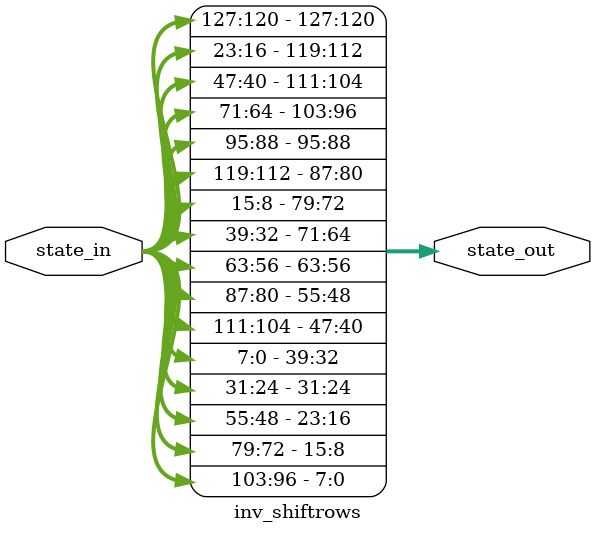
<source format=v>
`timescale 1ns / 1ps


module inv_shiftrows (
    input  wire [127:0] state_in,     // 128-bit input state (4x4 matrix flattened)
    output wire [127:0] state_out     // 128-bit output state after Inverse ShiftRows
);

    // Row 0 (no shift)
    assign state_out[127:120] = state_in[127:120]; // s0
    assign state_out[95:88]   = state_in[95:88];   // s4
    assign state_out[63:56]   = state_in[63:56];   // s8
    assign state_out[31:24]   = state_in[31:24];   // s12

    // Row 1 (right shift by 1)
    assign state_out[119:112] = state_in[23:16];   // s13 → s1
    assign state_out[87:80]   = state_in[119:112]; // s1  → s5
    assign state_out[55:48]   = state_in[87:80];   // s5  → s9
    assign state_out[23:16]   = state_in[55:48];   // s9  → s13

    // Row 2 (right shift by 2)
    assign state_out[111:104] = state_in[47:40];   // s10 → s2
    assign state_out[79:72]   = state_in[15:8];    // s14 → s6
    assign state_out[47:40]   = state_in[111:104]; // s2  → s10
    assign state_out[15:8]    = state_in[79:72];   // s6  → s14

    // Row 3 (right shift by 3)
    assign state_out[103:96]  = state_in[71:64];   // s7  → s3
    assign state_out[71:64]   = state_in[39:32];   // s11 → s7
    assign state_out[39:32]   = state_in[7:0];     // s15 → s11
    assign state_out[7:0]     = state_in[103:96];  // s3  → s15

endmodule


</source>
